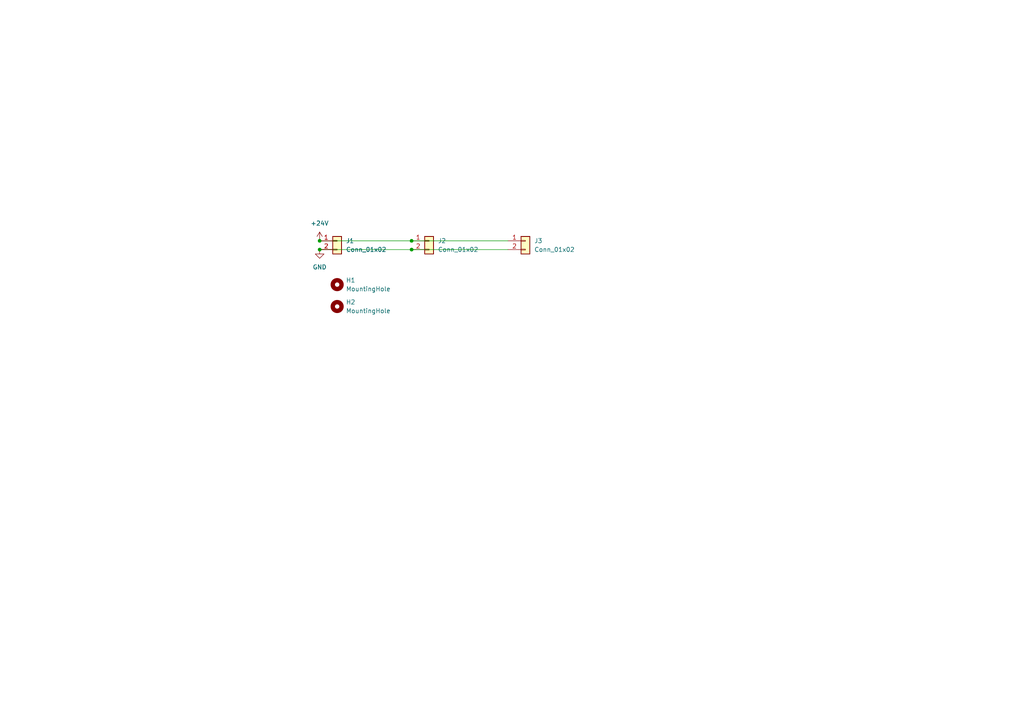
<source format=kicad_sch>
(kicad_sch (version 20230121) (generator eeschema)
  (paper "A4")
  (lib_symbols
    (symbol "Connector_Generic:Conn_01x02" (pin_names (offset 1.016) hide)
      (property "Reference" "J" (at 0 2.54 0))
      (property "Value" "Conn_01x02" (at 0 -5.08 0))
      (symbol "Conn_01x02_1_1"
        (rectangle (start -1.27 -2.413) (end 0 -2.667) (stroke (width 0.1524)))
        (rectangle (start -1.27 0.127) (end 0 -0.127) (stroke (width 0.1524)))
        (rectangle (start -1.27 1.27) (end 1.27 -3.81) (stroke (width 0.254)) (fill (type background)))
        (pin passive line (at -5.08 0 0) (length 3.81) (name "Pin_1") (number "1"))
        (pin passive line (at -5.08 -2.54 0) (length 3.81) (name "Pin_2") (number "2"))
      )
    )
    (symbol "Mechanical:MountingHole" (pin_names (offset 1.016))
      (property "Reference" "H" (at 0 5.08 0))
      (property "Value" "MountingHole" (at 0 3.175 0))
      (symbol "MountingHole_0_1"
        (circle (center 0 0) (radius 1.27) (stroke (width 1.27)))
      )
    )
    (symbol "power:+24V" (power) (pin_names (offset 0))
      (property "Value" "+24V" (at 0 3.556 0))
      (symbol "+24V_0_1"
        (polyline (pts (xy -0.762 1.27) (xy 0 2.54)))
        (polyline (pts (xy 0 0) (xy 0 2.54)))
        (polyline (pts (xy 0 2.54) (xy 0.762 1.27)))
      )
      (symbol "+24V_1_1"
        (pin power_in line (at 0 0 90) (length 0) hide (name "+24V") (number "1"))
      )
    )
    (symbol "power:GND" (power) (pin_names (offset 0))
      (property "Value" "GND" (at 0 -3.81 0))
      (symbol "GND_0_1"
        (polyline (pts (xy 0 0) (xy 0 -1.27) (xy 1.27 -1.27) (xy 0 -2.54) (xy -1.27 -1.27) (xy 0 -1.27)))
      )
      (symbol "GND_1_1"
        (pin power_in line (at 0 0 270) (length 0) hide (name "GND") (number "1"))
      )
    )
  )
  (junction (at 119.38 72.39))
  (junction (at 119.38 69.85))
  (junction (at 92.71 69.85))
  (junction (at 92.71 72.39))
  (wire (pts (xy 92.71 69.85) (xy 119.38 69.85)))
  (wire (pts (xy 119.38 69.85) (xy 147.32 69.85)))
  (wire (pts (xy 92.71 72.39) (xy 119.38 72.39)))
  (wire (pts (xy 119.38 72.39) (xy 147.32 72.39)))
  (symbol (lib_id "Mechanical:MountingHole") (at 97.79 88.9 0) (unit 1)
    (property "Reference" "H2" (at 100.33 87.63 0) (effects (justify left)))
    (property "Value" "MountingHole" (at 100.33 90.17 0) (effects (justify left)))
    (property "Footprint" "MountingHole:MountingHole_3.2mm_M3_ISO7380_Pad_TopBottom" (effects hide))
  )
  (symbol (lib_id "Mechanical:MountingHole") (at 97.79 82.55 0) (unit 1)
    (property "Reference" "H1" (at 100.33 81.28 0) (effects (justify left)))
    (property "Value" "MountingHole" (at 100.33 83.82 0) (effects (justify left)))
    (property "Footprint" "MountingHole:MountingHole_3.2mm_M3_ISO7380_Pad_TopBottom" (effects hide))
  )
  (symbol (lib_id "power:GND") (at 92.71 72.39 0) (unit 1)
    (property "Reference" "#PWR01" (effects hide))
    (property "Value" "GND" (at 92.71 77.47 0))
  )
  (symbol (lib_id "power:+24V") (at 92.71 69.85 0) (unit 1)
    (property "Reference" "#PWR02" (effects hide))
    (property "Value" "+24V" (at 92.71 64.77 0))
  )
  (symbol (lib_id "Connector_Generic:Conn_01x02") (at 152.4 69.85 0) (unit 1)
    (property "Reference" "J3" (at 154.94 69.85 0) (effects (justify left)))
    (property "Value" "Conn_01x02" (at 154.94 72.39 0) (effects (justify left)))
    (property "Footprint" "Connector_JST:JST_XH_B2B-XH-AM_1x02_P2.50mm_Vertical" (effects hide))
  )
  (symbol (lib_id "Connector_Generic:Conn_01x02") (at 124.46 69.85 0) (unit 1)
    (property "Reference" "J2" (at 127 69.85 0) (effects (justify left)))
    (property "Value" "Conn_01x02" (at 127 72.39 0) (effects (justify left)))
    (property "Footprint" "Connector_JST:JST_XH_B2B-XH-AM_1x02_P2.50mm_Vertical" (effects hide))
  )
  (symbol (lib_id "Connector_Generic:Conn_01x02") (at 97.79 69.85 0) (unit 1)
    (property "Reference" "J1" (at 100.33 69.85 0) (effects (justify left)))
    (property "Value" "Conn_01x02" (at 100.33 72.39 0) (effects (justify left)))
    (property "Footprint" "Connector_JST:JST_XH_B2B-XH-AM_1x02_P2.50mm_Vertical" (effects hide))
  )
)
</source>
